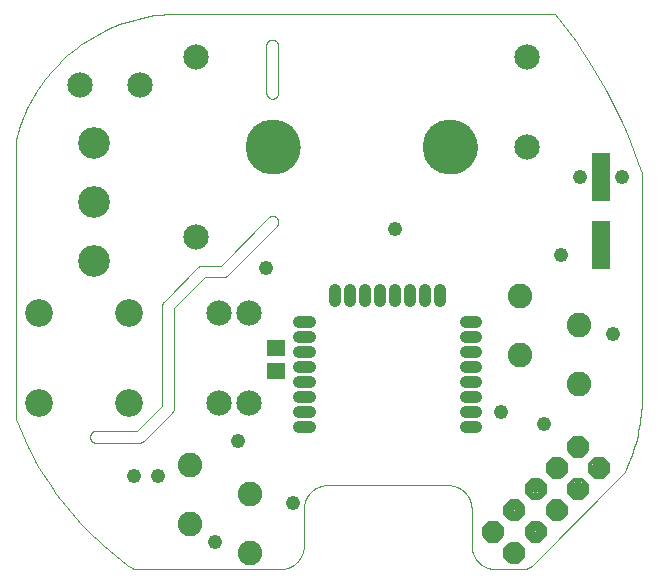
<source format=gts>
G75*
%MOIN*%
%OFA0B0*%
%FSLAX25Y25*%
%IPPOS*%
%LPD*%
%AMOC8*
5,1,8,0,0,1.08239X$1,22.5*
%
%ADD10C,0.00000*%
%ADD11C,0.04134*%
%ADD12C,0.09252*%
%ADD13C,0.08465*%
%ADD14C,0.10591*%
%ADD15C,0.08191*%
%ADD16R,0.06102X0.16339*%
%ADD17C,0.01496*%
%ADD18R,0.06496X0.05709*%
%ADD19C,0.18307*%
%ADD20C,0.04843*%
D10*
X0041537Y0003071D02*
X0090356Y0003071D01*
X0090546Y0003073D01*
X0090736Y0003080D01*
X0090926Y0003092D01*
X0091116Y0003108D01*
X0091305Y0003128D01*
X0091494Y0003154D01*
X0091682Y0003183D01*
X0091869Y0003218D01*
X0092055Y0003257D01*
X0092240Y0003300D01*
X0092425Y0003348D01*
X0092608Y0003400D01*
X0092789Y0003456D01*
X0092969Y0003517D01*
X0093148Y0003583D01*
X0093325Y0003652D01*
X0093501Y0003726D01*
X0093674Y0003804D01*
X0093846Y0003887D01*
X0094015Y0003973D01*
X0094183Y0004063D01*
X0094348Y0004158D01*
X0094511Y0004256D01*
X0094671Y0004359D01*
X0094829Y0004465D01*
X0094984Y0004575D01*
X0095137Y0004688D01*
X0095287Y0004806D01*
X0095433Y0004927D01*
X0095577Y0005051D01*
X0095718Y0005179D01*
X0095856Y0005310D01*
X0095991Y0005445D01*
X0096122Y0005583D01*
X0096250Y0005724D01*
X0096374Y0005868D01*
X0096495Y0006014D01*
X0096613Y0006164D01*
X0096726Y0006317D01*
X0096836Y0006472D01*
X0096942Y0006630D01*
X0097045Y0006790D01*
X0097143Y0006953D01*
X0097238Y0007118D01*
X0097328Y0007286D01*
X0097414Y0007455D01*
X0097497Y0007627D01*
X0097575Y0007800D01*
X0097649Y0007976D01*
X0097718Y0008153D01*
X0097784Y0008332D01*
X0097845Y0008512D01*
X0097901Y0008693D01*
X0097953Y0008876D01*
X0098001Y0009061D01*
X0098044Y0009246D01*
X0098083Y0009432D01*
X0098118Y0009619D01*
X0098147Y0009807D01*
X0098173Y0009996D01*
X0098193Y0010185D01*
X0098209Y0010375D01*
X0098221Y0010565D01*
X0098228Y0010755D01*
X0098230Y0010945D01*
X0098230Y0023161D01*
X0098232Y0023351D01*
X0098239Y0023541D01*
X0098251Y0023731D01*
X0098267Y0023921D01*
X0098287Y0024110D01*
X0098313Y0024299D01*
X0098342Y0024487D01*
X0098377Y0024674D01*
X0098416Y0024860D01*
X0098459Y0025045D01*
X0098507Y0025230D01*
X0098559Y0025413D01*
X0098615Y0025594D01*
X0098676Y0025774D01*
X0098742Y0025953D01*
X0098811Y0026130D01*
X0098885Y0026306D01*
X0098963Y0026479D01*
X0099046Y0026651D01*
X0099132Y0026820D01*
X0099222Y0026988D01*
X0099317Y0027153D01*
X0099415Y0027316D01*
X0099518Y0027476D01*
X0099624Y0027634D01*
X0099734Y0027789D01*
X0099847Y0027942D01*
X0099965Y0028092D01*
X0100086Y0028238D01*
X0100210Y0028382D01*
X0100338Y0028523D01*
X0100469Y0028661D01*
X0100604Y0028796D01*
X0100742Y0028927D01*
X0100883Y0029055D01*
X0101027Y0029179D01*
X0101173Y0029300D01*
X0101323Y0029418D01*
X0101476Y0029531D01*
X0101631Y0029641D01*
X0101789Y0029747D01*
X0101949Y0029850D01*
X0102112Y0029948D01*
X0102277Y0030043D01*
X0102445Y0030133D01*
X0102614Y0030219D01*
X0102786Y0030302D01*
X0102959Y0030380D01*
X0103135Y0030454D01*
X0103312Y0030523D01*
X0103491Y0030589D01*
X0103671Y0030650D01*
X0103852Y0030706D01*
X0104035Y0030758D01*
X0104220Y0030806D01*
X0104405Y0030849D01*
X0104591Y0030888D01*
X0104778Y0030923D01*
X0104966Y0030952D01*
X0105155Y0030978D01*
X0105344Y0030998D01*
X0105534Y0031014D01*
X0105724Y0031026D01*
X0105914Y0031033D01*
X0106104Y0031035D01*
X0146261Y0031035D01*
X0146451Y0031033D01*
X0146641Y0031026D01*
X0146831Y0031014D01*
X0147021Y0030998D01*
X0147210Y0030978D01*
X0147399Y0030952D01*
X0147587Y0030923D01*
X0147774Y0030888D01*
X0147960Y0030849D01*
X0148145Y0030806D01*
X0148330Y0030758D01*
X0148513Y0030706D01*
X0148694Y0030650D01*
X0148874Y0030589D01*
X0149053Y0030523D01*
X0149230Y0030454D01*
X0149406Y0030380D01*
X0149579Y0030302D01*
X0149751Y0030219D01*
X0149920Y0030133D01*
X0150088Y0030043D01*
X0150253Y0029948D01*
X0150416Y0029850D01*
X0150576Y0029747D01*
X0150734Y0029641D01*
X0150889Y0029531D01*
X0151042Y0029418D01*
X0151192Y0029300D01*
X0151338Y0029179D01*
X0151482Y0029055D01*
X0151623Y0028927D01*
X0151761Y0028796D01*
X0151896Y0028661D01*
X0152027Y0028523D01*
X0152155Y0028382D01*
X0152279Y0028238D01*
X0152400Y0028092D01*
X0152518Y0027942D01*
X0152631Y0027789D01*
X0152741Y0027634D01*
X0152847Y0027476D01*
X0152950Y0027316D01*
X0153048Y0027153D01*
X0153143Y0026988D01*
X0153233Y0026820D01*
X0153319Y0026651D01*
X0153402Y0026479D01*
X0153480Y0026306D01*
X0153554Y0026130D01*
X0153623Y0025953D01*
X0153689Y0025774D01*
X0153750Y0025594D01*
X0153806Y0025413D01*
X0153858Y0025230D01*
X0153906Y0025045D01*
X0153949Y0024860D01*
X0153988Y0024674D01*
X0154023Y0024487D01*
X0154052Y0024299D01*
X0154078Y0024110D01*
X0154098Y0023921D01*
X0154114Y0023731D01*
X0154126Y0023541D01*
X0154133Y0023351D01*
X0154135Y0023161D01*
X0154135Y0010945D01*
X0154137Y0010755D01*
X0154144Y0010565D01*
X0154156Y0010375D01*
X0154172Y0010185D01*
X0154192Y0009996D01*
X0154218Y0009807D01*
X0154247Y0009619D01*
X0154282Y0009432D01*
X0154321Y0009246D01*
X0154364Y0009061D01*
X0154412Y0008876D01*
X0154464Y0008693D01*
X0154520Y0008512D01*
X0154581Y0008332D01*
X0154647Y0008153D01*
X0154716Y0007976D01*
X0154790Y0007800D01*
X0154868Y0007627D01*
X0154951Y0007455D01*
X0155037Y0007286D01*
X0155127Y0007118D01*
X0155222Y0006953D01*
X0155320Y0006790D01*
X0155423Y0006630D01*
X0155529Y0006472D01*
X0155639Y0006317D01*
X0155752Y0006164D01*
X0155870Y0006014D01*
X0155991Y0005868D01*
X0156115Y0005724D01*
X0156243Y0005583D01*
X0156374Y0005445D01*
X0156509Y0005310D01*
X0156647Y0005179D01*
X0156788Y0005051D01*
X0156932Y0004927D01*
X0157078Y0004806D01*
X0157228Y0004688D01*
X0157381Y0004575D01*
X0157536Y0004465D01*
X0157694Y0004359D01*
X0157854Y0004256D01*
X0158017Y0004158D01*
X0158182Y0004063D01*
X0158350Y0003973D01*
X0158519Y0003887D01*
X0158691Y0003804D01*
X0158864Y0003726D01*
X0159040Y0003652D01*
X0159217Y0003583D01*
X0159396Y0003517D01*
X0159576Y0003456D01*
X0159757Y0003400D01*
X0159940Y0003348D01*
X0160125Y0003300D01*
X0160310Y0003257D01*
X0160496Y0003218D01*
X0160683Y0003183D01*
X0160871Y0003154D01*
X0161060Y0003128D01*
X0161249Y0003108D01*
X0161439Y0003092D01*
X0161629Y0003080D01*
X0161819Y0003073D01*
X0162009Y0003071D01*
X0171402Y0003071D01*
X0174186Y0004224D02*
X0204923Y0034961D01*
X0210828Y0057008D02*
X0210828Y0134961D01*
X0181891Y0188110D02*
X0053741Y0188110D01*
X0085726Y0177587D02*
X0085726Y0161839D01*
X0085725Y0161839D02*
X0085727Y0161753D01*
X0085732Y0161667D01*
X0085742Y0161582D01*
X0085755Y0161497D01*
X0085772Y0161413D01*
X0085792Y0161329D01*
X0085816Y0161247D01*
X0085844Y0161166D01*
X0085875Y0161085D01*
X0085909Y0161007D01*
X0085947Y0160930D01*
X0085989Y0160854D01*
X0086033Y0160781D01*
X0086081Y0160710D01*
X0086132Y0160640D01*
X0086186Y0160573D01*
X0086242Y0160509D01*
X0086302Y0160447D01*
X0086364Y0160387D01*
X0086428Y0160331D01*
X0086495Y0160277D01*
X0086565Y0160226D01*
X0086636Y0160178D01*
X0086710Y0160134D01*
X0086785Y0160092D01*
X0086862Y0160054D01*
X0086941Y0160020D01*
X0087021Y0159989D01*
X0087102Y0159961D01*
X0087184Y0159937D01*
X0087268Y0159917D01*
X0087352Y0159900D01*
X0087437Y0159887D01*
X0087522Y0159877D01*
X0087608Y0159872D01*
X0087694Y0159870D01*
X0087694Y0159871D02*
X0087780Y0159873D01*
X0087866Y0159878D01*
X0087951Y0159888D01*
X0088036Y0159901D01*
X0088120Y0159918D01*
X0088203Y0159938D01*
X0088286Y0159962D01*
X0088367Y0159990D01*
X0088447Y0160021D01*
X0088526Y0160055D01*
X0088603Y0160093D01*
X0088678Y0160135D01*
X0088751Y0160179D01*
X0088823Y0160227D01*
X0088892Y0160278D01*
X0088959Y0160331D01*
X0089024Y0160388D01*
X0089086Y0160447D01*
X0089145Y0160509D01*
X0089202Y0160574D01*
X0089255Y0160641D01*
X0089306Y0160710D01*
X0089354Y0160782D01*
X0089398Y0160855D01*
X0089440Y0160930D01*
X0089478Y0161007D01*
X0089512Y0161086D01*
X0089543Y0161166D01*
X0089571Y0161247D01*
X0089595Y0161330D01*
X0089615Y0161413D01*
X0089632Y0161497D01*
X0089645Y0161582D01*
X0089655Y0161667D01*
X0089660Y0161753D01*
X0089662Y0161839D01*
X0089663Y0161839D02*
X0089663Y0177587D01*
X0087694Y0179556D02*
X0087608Y0179554D01*
X0087522Y0179549D01*
X0087437Y0179539D01*
X0087352Y0179526D01*
X0087268Y0179509D01*
X0087184Y0179489D01*
X0087102Y0179465D01*
X0087021Y0179437D01*
X0086940Y0179406D01*
X0086862Y0179372D01*
X0086785Y0179334D01*
X0086710Y0179292D01*
X0086636Y0179248D01*
X0086565Y0179200D01*
X0086495Y0179149D01*
X0086428Y0179095D01*
X0086364Y0179039D01*
X0086302Y0178979D01*
X0086242Y0178917D01*
X0086186Y0178853D01*
X0086132Y0178786D01*
X0086081Y0178716D01*
X0086033Y0178645D01*
X0085989Y0178572D01*
X0085947Y0178496D01*
X0085909Y0178419D01*
X0085875Y0178341D01*
X0085844Y0178260D01*
X0085816Y0178179D01*
X0085792Y0178097D01*
X0085772Y0178013D01*
X0085755Y0177929D01*
X0085742Y0177844D01*
X0085732Y0177759D01*
X0085727Y0177673D01*
X0085725Y0177587D01*
X0087694Y0179556D02*
X0087780Y0179554D01*
X0087866Y0179549D01*
X0087951Y0179539D01*
X0088036Y0179526D01*
X0088120Y0179509D01*
X0088204Y0179489D01*
X0088286Y0179465D01*
X0088367Y0179437D01*
X0088448Y0179406D01*
X0088526Y0179372D01*
X0088603Y0179334D01*
X0088679Y0179292D01*
X0088752Y0179248D01*
X0088823Y0179200D01*
X0088893Y0179149D01*
X0088960Y0179095D01*
X0089024Y0179039D01*
X0089086Y0178979D01*
X0089146Y0178917D01*
X0089202Y0178853D01*
X0089256Y0178786D01*
X0089307Y0178716D01*
X0089355Y0178645D01*
X0089399Y0178571D01*
X0089441Y0178496D01*
X0089479Y0178419D01*
X0089513Y0178340D01*
X0089544Y0178260D01*
X0089572Y0178179D01*
X0089596Y0178097D01*
X0089616Y0178013D01*
X0089633Y0177929D01*
X0089646Y0177844D01*
X0089656Y0177759D01*
X0089661Y0177673D01*
X0089663Y0177587D01*
X0079080Y0143819D02*
X0079083Y0144036D01*
X0079091Y0144254D01*
X0079104Y0144471D01*
X0079123Y0144687D01*
X0079147Y0144903D01*
X0079176Y0145119D01*
X0079210Y0145333D01*
X0079250Y0145547D01*
X0079295Y0145760D01*
X0079345Y0145971D01*
X0079401Y0146182D01*
X0079461Y0146390D01*
X0079527Y0146598D01*
X0079598Y0146803D01*
X0079674Y0147007D01*
X0079754Y0147209D01*
X0079840Y0147409D01*
X0079930Y0147606D01*
X0080026Y0147802D01*
X0080126Y0147995D01*
X0080231Y0148185D01*
X0080340Y0148373D01*
X0080454Y0148558D01*
X0080573Y0148740D01*
X0080696Y0148920D01*
X0080823Y0149096D01*
X0080955Y0149269D01*
X0081091Y0149438D01*
X0081231Y0149605D01*
X0081375Y0149768D01*
X0081523Y0149927D01*
X0081674Y0150083D01*
X0081830Y0150234D01*
X0081989Y0150382D01*
X0082152Y0150526D01*
X0082319Y0150666D01*
X0082488Y0150802D01*
X0082661Y0150934D01*
X0082837Y0151061D01*
X0083017Y0151184D01*
X0083199Y0151303D01*
X0083384Y0151417D01*
X0083572Y0151526D01*
X0083762Y0151631D01*
X0083955Y0151731D01*
X0084151Y0151827D01*
X0084348Y0151917D01*
X0084548Y0152003D01*
X0084750Y0152083D01*
X0084954Y0152159D01*
X0085159Y0152230D01*
X0085367Y0152296D01*
X0085575Y0152356D01*
X0085786Y0152412D01*
X0085997Y0152462D01*
X0086210Y0152507D01*
X0086424Y0152547D01*
X0086638Y0152581D01*
X0086854Y0152610D01*
X0087070Y0152634D01*
X0087286Y0152653D01*
X0087503Y0152666D01*
X0087721Y0152674D01*
X0087938Y0152677D01*
X0088155Y0152674D01*
X0088373Y0152666D01*
X0088590Y0152653D01*
X0088806Y0152634D01*
X0089022Y0152610D01*
X0089238Y0152581D01*
X0089452Y0152547D01*
X0089666Y0152507D01*
X0089879Y0152462D01*
X0090090Y0152412D01*
X0090301Y0152356D01*
X0090509Y0152296D01*
X0090717Y0152230D01*
X0090922Y0152159D01*
X0091126Y0152083D01*
X0091328Y0152003D01*
X0091528Y0151917D01*
X0091725Y0151827D01*
X0091921Y0151731D01*
X0092114Y0151631D01*
X0092304Y0151526D01*
X0092492Y0151417D01*
X0092677Y0151303D01*
X0092859Y0151184D01*
X0093039Y0151061D01*
X0093215Y0150934D01*
X0093388Y0150802D01*
X0093557Y0150666D01*
X0093724Y0150526D01*
X0093887Y0150382D01*
X0094046Y0150234D01*
X0094202Y0150083D01*
X0094353Y0149927D01*
X0094501Y0149768D01*
X0094645Y0149605D01*
X0094785Y0149438D01*
X0094921Y0149269D01*
X0095053Y0149096D01*
X0095180Y0148920D01*
X0095303Y0148740D01*
X0095422Y0148558D01*
X0095536Y0148373D01*
X0095645Y0148185D01*
X0095750Y0147995D01*
X0095850Y0147802D01*
X0095946Y0147606D01*
X0096036Y0147409D01*
X0096122Y0147209D01*
X0096202Y0147007D01*
X0096278Y0146803D01*
X0096349Y0146598D01*
X0096415Y0146390D01*
X0096475Y0146182D01*
X0096531Y0145971D01*
X0096581Y0145760D01*
X0096626Y0145547D01*
X0096666Y0145333D01*
X0096700Y0145119D01*
X0096729Y0144903D01*
X0096753Y0144687D01*
X0096772Y0144471D01*
X0096785Y0144254D01*
X0096793Y0144036D01*
X0096796Y0143819D01*
X0096793Y0143602D01*
X0096785Y0143384D01*
X0096772Y0143167D01*
X0096753Y0142951D01*
X0096729Y0142735D01*
X0096700Y0142519D01*
X0096666Y0142305D01*
X0096626Y0142091D01*
X0096581Y0141878D01*
X0096531Y0141667D01*
X0096475Y0141456D01*
X0096415Y0141248D01*
X0096349Y0141040D01*
X0096278Y0140835D01*
X0096202Y0140631D01*
X0096122Y0140429D01*
X0096036Y0140229D01*
X0095946Y0140032D01*
X0095850Y0139836D01*
X0095750Y0139643D01*
X0095645Y0139453D01*
X0095536Y0139265D01*
X0095422Y0139080D01*
X0095303Y0138898D01*
X0095180Y0138718D01*
X0095053Y0138542D01*
X0094921Y0138369D01*
X0094785Y0138200D01*
X0094645Y0138033D01*
X0094501Y0137870D01*
X0094353Y0137711D01*
X0094202Y0137555D01*
X0094046Y0137404D01*
X0093887Y0137256D01*
X0093724Y0137112D01*
X0093557Y0136972D01*
X0093388Y0136836D01*
X0093215Y0136704D01*
X0093039Y0136577D01*
X0092859Y0136454D01*
X0092677Y0136335D01*
X0092492Y0136221D01*
X0092304Y0136112D01*
X0092114Y0136007D01*
X0091921Y0135907D01*
X0091725Y0135811D01*
X0091528Y0135721D01*
X0091328Y0135635D01*
X0091126Y0135555D01*
X0090922Y0135479D01*
X0090717Y0135408D01*
X0090509Y0135342D01*
X0090301Y0135282D01*
X0090090Y0135226D01*
X0089879Y0135176D01*
X0089666Y0135131D01*
X0089452Y0135091D01*
X0089238Y0135057D01*
X0089022Y0135028D01*
X0088806Y0135004D01*
X0088590Y0134985D01*
X0088373Y0134972D01*
X0088155Y0134964D01*
X0087938Y0134961D01*
X0087721Y0134964D01*
X0087503Y0134972D01*
X0087286Y0134985D01*
X0087070Y0135004D01*
X0086854Y0135028D01*
X0086638Y0135057D01*
X0086424Y0135091D01*
X0086210Y0135131D01*
X0085997Y0135176D01*
X0085786Y0135226D01*
X0085575Y0135282D01*
X0085367Y0135342D01*
X0085159Y0135408D01*
X0084954Y0135479D01*
X0084750Y0135555D01*
X0084548Y0135635D01*
X0084348Y0135721D01*
X0084151Y0135811D01*
X0083955Y0135907D01*
X0083762Y0136007D01*
X0083572Y0136112D01*
X0083384Y0136221D01*
X0083199Y0136335D01*
X0083017Y0136454D01*
X0082837Y0136577D01*
X0082661Y0136704D01*
X0082488Y0136836D01*
X0082319Y0136972D01*
X0082152Y0137112D01*
X0081989Y0137256D01*
X0081830Y0137404D01*
X0081674Y0137555D01*
X0081523Y0137711D01*
X0081375Y0137870D01*
X0081231Y0138033D01*
X0081091Y0138200D01*
X0080955Y0138369D01*
X0080823Y0138542D01*
X0080696Y0138718D01*
X0080573Y0138898D01*
X0080454Y0139080D01*
X0080340Y0139265D01*
X0080231Y0139453D01*
X0080126Y0139643D01*
X0080026Y0139836D01*
X0079930Y0140032D01*
X0079840Y0140229D01*
X0079754Y0140429D01*
X0079674Y0140631D01*
X0079598Y0140835D01*
X0079527Y0141040D01*
X0079461Y0141248D01*
X0079401Y0141456D01*
X0079345Y0141667D01*
X0079295Y0141878D01*
X0079250Y0142091D01*
X0079210Y0142305D01*
X0079176Y0142519D01*
X0079147Y0142735D01*
X0079123Y0142951D01*
X0079104Y0143167D01*
X0079091Y0143384D01*
X0079083Y0143602D01*
X0079080Y0143819D01*
X0053741Y0188111D02*
X0052396Y0188036D01*
X0051054Y0187928D01*
X0049714Y0187788D01*
X0048378Y0187615D01*
X0047047Y0187411D01*
X0045721Y0187174D01*
X0044402Y0186905D01*
X0043089Y0186604D01*
X0041784Y0186272D01*
X0040487Y0185908D01*
X0039199Y0185513D01*
X0037922Y0185086D01*
X0036655Y0184629D01*
X0035399Y0184142D01*
X0034156Y0183624D01*
X0032925Y0183076D01*
X0031709Y0182499D01*
X0030506Y0181893D01*
X0029319Y0181257D01*
X0028147Y0180593D01*
X0026991Y0179901D01*
X0025853Y0179181D01*
X0024733Y0178434D01*
X0023630Y0177660D01*
X0022547Y0176859D01*
X0021484Y0176033D01*
X0020441Y0175181D01*
X0019419Y0174304D01*
X0018418Y0173402D01*
X0017439Y0172477D01*
X0016483Y0171528D01*
X0015551Y0170556D01*
X0014642Y0169563D01*
X0013757Y0168547D01*
X0012898Y0167510D01*
X0012063Y0166453D01*
X0011255Y0165376D01*
X0010472Y0164280D01*
X0009717Y0163165D01*
X0008988Y0162032D01*
X0008288Y0160881D01*
X0007615Y0159715D01*
X0006971Y0158532D01*
X0006355Y0157334D01*
X0005769Y0156121D01*
X0005212Y0154895D01*
X0004685Y0153656D01*
X0004188Y0152404D01*
X0003722Y0151140D01*
X0003286Y0149866D01*
X0002882Y0148581D01*
X0002508Y0147287D01*
X0002166Y0145985D01*
X0002167Y0145984D02*
X0002167Y0053071D01*
X0028938Y0049134D02*
X0042718Y0049134D01*
X0050986Y0057401D01*
X0050986Y0090838D01*
X0051562Y0092230D02*
X0063007Y0103675D01*
X0064399Y0104252D02*
X0070458Y0104252D01*
X0086437Y0120230D01*
X0087781Y0120787D02*
X0087864Y0120785D01*
X0087947Y0120780D01*
X0088029Y0120771D01*
X0088111Y0120758D01*
X0088192Y0120742D01*
X0088273Y0120722D01*
X0088353Y0120699D01*
X0088431Y0120672D01*
X0088508Y0120642D01*
X0088584Y0120609D01*
X0088659Y0120572D01*
X0088732Y0120532D01*
X0088802Y0120489D01*
X0088871Y0120443D01*
X0088938Y0120394D01*
X0089003Y0120342D01*
X0089065Y0120288D01*
X0089125Y0120230D01*
X0089193Y0120163D01*
X0089192Y0120163D02*
X0089250Y0120103D01*
X0089304Y0120041D01*
X0089356Y0119976D01*
X0089405Y0119909D01*
X0089451Y0119840D01*
X0089494Y0119770D01*
X0089534Y0119697D01*
X0089571Y0119622D01*
X0089604Y0119546D01*
X0089634Y0119469D01*
X0089661Y0119391D01*
X0089684Y0119311D01*
X0089704Y0119230D01*
X0089720Y0119149D01*
X0089733Y0119067D01*
X0089742Y0118985D01*
X0089747Y0118902D01*
X0089749Y0118819D01*
X0089193Y0117475D02*
X0072609Y0100891D01*
X0071217Y0100315D02*
X0065159Y0100315D01*
X0054923Y0090079D01*
X0054923Y0056642D01*
X0054346Y0055250D02*
X0044869Y0045773D01*
X0043477Y0045197D02*
X0028938Y0045197D01*
X0028938Y0045196D02*
X0028852Y0045198D01*
X0028766Y0045203D01*
X0028681Y0045213D01*
X0028596Y0045226D01*
X0028512Y0045243D01*
X0028428Y0045263D01*
X0028346Y0045287D01*
X0028265Y0045315D01*
X0028184Y0045346D01*
X0028106Y0045380D01*
X0028029Y0045418D01*
X0027953Y0045460D01*
X0027880Y0045504D01*
X0027809Y0045552D01*
X0027739Y0045603D01*
X0027672Y0045657D01*
X0027608Y0045713D01*
X0027546Y0045773D01*
X0027486Y0045835D01*
X0027430Y0045899D01*
X0027376Y0045966D01*
X0027325Y0046036D01*
X0027277Y0046107D01*
X0027233Y0046181D01*
X0027191Y0046256D01*
X0027153Y0046333D01*
X0027119Y0046411D01*
X0027088Y0046492D01*
X0027060Y0046573D01*
X0027036Y0046655D01*
X0027016Y0046739D01*
X0026999Y0046823D01*
X0026986Y0046908D01*
X0026976Y0046993D01*
X0026971Y0047079D01*
X0026969Y0047165D01*
X0026971Y0047251D01*
X0026976Y0047337D01*
X0026986Y0047422D01*
X0026999Y0047507D01*
X0027016Y0047591D01*
X0027036Y0047675D01*
X0027060Y0047757D01*
X0027088Y0047838D01*
X0027119Y0047919D01*
X0027153Y0047997D01*
X0027191Y0048074D01*
X0027233Y0048150D01*
X0027277Y0048223D01*
X0027325Y0048294D01*
X0027376Y0048364D01*
X0027430Y0048431D01*
X0027486Y0048495D01*
X0027546Y0048557D01*
X0027608Y0048617D01*
X0027672Y0048673D01*
X0027739Y0048727D01*
X0027809Y0048778D01*
X0027880Y0048826D01*
X0027954Y0048870D01*
X0028029Y0048912D01*
X0028106Y0048950D01*
X0028184Y0048984D01*
X0028265Y0049015D01*
X0028346Y0049043D01*
X0028428Y0049067D01*
X0028512Y0049087D01*
X0028596Y0049104D01*
X0028681Y0049117D01*
X0028766Y0049127D01*
X0028852Y0049132D01*
X0028938Y0049134D01*
X0043477Y0045196D02*
X0043563Y0045198D01*
X0043649Y0045203D01*
X0043734Y0045213D01*
X0043819Y0045226D01*
X0043903Y0045243D01*
X0043987Y0045263D01*
X0044069Y0045287D01*
X0044150Y0045315D01*
X0044231Y0045346D01*
X0044309Y0045380D01*
X0044386Y0045418D01*
X0044462Y0045460D01*
X0044535Y0045504D01*
X0044606Y0045552D01*
X0044676Y0045603D01*
X0044743Y0045657D01*
X0044807Y0045713D01*
X0044869Y0045773D01*
X0054346Y0055250D02*
X0054406Y0055312D01*
X0054462Y0055376D01*
X0054516Y0055443D01*
X0054567Y0055513D01*
X0054615Y0055584D01*
X0054659Y0055657D01*
X0054701Y0055733D01*
X0054739Y0055810D01*
X0054773Y0055888D01*
X0054804Y0055969D01*
X0054832Y0056050D01*
X0054856Y0056132D01*
X0054876Y0056216D01*
X0054893Y0056300D01*
X0054906Y0056385D01*
X0054916Y0056470D01*
X0054921Y0056556D01*
X0054923Y0056642D01*
X0210827Y0134961D02*
X0209626Y0138571D01*
X0208339Y0142151D01*
X0206969Y0145701D01*
X0205514Y0149217D01*
X0203977Y0152697D01*
X0202358Y0156140D01*
X0200659Y0159544D01*
X0198879Y0162907D01*
X0197020Y0166227D01*
X0195084Y0169502D01*
X0193070Y0172731D01*
X0190981Y0175911D01*
X0188817Y0179040D01*
X0186580Y0182118D01*
X0184271Y0185142D01*
X0181891Y0188110D01*
X0138135Y0143819D02*
X0138138Y0144036D01*
X0138146Y0144254D01*
X0138159Y0144471D01*
X0138178Y0144687D01*
X0138202Y0144903D01*
X0138231Y0145119D01*
X0138265Y0145333D01*
X0138305Y0145547D01*
X0138350Y0145760D01*
X0138400Y0145971D01*
X0138456Y0146182D01*
X0138516Y0146390D01*
X0138582Y0146598D01*
X0138653Y0146803D01*
X0138729Y0147007D01*
X0138809Y0147209D01*
X0138895Y0147409D01*
X0138985Y0147606D01*
X0139081Y0147802D01*
X0139181Y0147995D01*
X0139286Y0148185D01*
X0139395Y0148373D01*
X0139509Y0148558D01*
X0139628Y0148740D01*
X0139751Y0148920D01*
X0139878Y0149096D01*
X0140010Y0149269D01*
X0140146Y0149438D01*
X0140286Y0149605D01*
X0140430Y0149768D01*
X0140578Y0149927D01*
X0140729Y0150083D01*
X0140885Y0150234D01*
X0141044Y0150382D01*
X0141207Y0150526D01*
X0141374Y0150666D01*
X0141543Y0150802D01*
X0141716Y0150934D01*
X0141892Y0151061D01*
X0142072Y0151184D01*
X0142254Y0151303D01*
X0142439Y0151417D01*
X0142627Y0151526D01*
X0142817Y0151631D01*
X0143010Y0151731D01*
X0143206Y0151827D01*
X0143403Y0151917D01*
X0143603Y0152003D01*
X0143805Y0152083D01*
X0144009Y0152159D01*
X0144214Y0152230D01*
X0144422Y0152296D01*
X0144630Y0152356D01*
X0144841Y0152412D01*
X0145052Y0152462D01*
X0145265Y0152507D01*
X0145479Y0152547D01*
X0145693Y0152581D01*
X0145909Y0152610D01*
X0146125Y0152634D01*
X0146341Y0152653D01*
X0146558Y0152666D01*
X0146776Y0152674D01*
X0146993Y0152677D01*
X0147210Y0152674D01*
X0147428Y0152666D01*
X0147645Y0152653D01*
X0147861Y0152634D01*
X0148077Y0152610D01*
X0148293Y0152581D01*
X0148507Y0152547D01*
X0148721Y0152507D01*
X0148934Y0152462D01*
X0149145Y0152412D01*
X0149356Y0152356D01*
X0149564Y0152296D01*
X0149772Y0152230D01*
X0149977Y0152159D01*
X0150181Y0152083D01*
X0150383Y0152003D01*
X0150583Y0151917D01*
X0150780Y0151827D01*
X0150976Y0151731D01*
X0151169Y0151631D01*
X0151359Y0151526D01*
X0151547Y0151417D01*
X0151732Y0151303D01*
X0151914Y0151184D01*
X0152094Y0151061D01*
X0152270Y0150934D01*
X0152443Y0150802D01*
X0152612Y0150666D01*
X0152779Y0150526D01*
X0152942Y0150382D01*
X0153101Y0150234D01*
X0153257Y0150083D01*
X0153408Y0149927D01*
X0153556Y0149768D01*
X0153700Y0149605D01*
X0153840Y0149438D01*
X0153976Y0149269D01*
X0154108Y0149096D01*
X0154235Y0148920D01*
X0154358Y0148740D01*
X0154477Y0148558D01*
X0154591Y0148373D01*
X0154700Y0148185D01*
X0154805Y0147995D01*
X0154905Y0147802D01*
X0155001Y0147606D01*
X0155091Y0147409D01*
X0155177Y0147209D01*
X0155257Y0147007D01*
X0155333Y0146803D01*
X0155404Y0146598D01*
X0155470Y0146390D01*
X0155530Y0146182D01*
X0155586Y0145971D01*
X0155636Y0145760D01*
X0155681Y0145547D01*
X0155721Y0145333D01*
X0155755Y0145119D01*
X0155784Y0144903D01*
X0155808Y0144687D01*
X0155827Y0144471D01*
X0155840Y0144254D01*
X0155848Y0144036D01*
X0155851Y0143819D01*
X0155848Y0143602D01*
X0155840Y0143384D01*
X0155827Y0143167D01*
X0155808Y0142951D01*
X0155784Y0142735D01*
X0155755Y0142519D01*
X0155721Y0142305D01*
X0155681Y0142091D01*
X0155636Y0141878D01*
X0155586Y0141667D01*
X0155530Y0141456D01*
X0155470Y0141248D01*
X0155404Y0141040D01*
X0155333Y0140835D01*
X0155257Y0140631D01*
X0155177Y0140429D01*
X0155091Y0140229D01*
X0155001Y0140032D01*
X0154905Y0139836D01*
X0154805Y0139643D01*
X0154700Y0139453D01*
X0154591Y0139265D01*
X0154477Y0139080D01*
X0154358Y0138898D01*
X0154235Y0138718D01*
X0154108Y0138542D01*
X0153976Y0138369D01*
X0153840Y0138200D01*
X0153700Y0138033D01*
X0153556Y0137870D01*
X0153408Y0137711D01*
X0153257Y0137555D01*
X0153101Y0137404D01*
X0152942Y0137256D01*
X0152779Y0137112D01*
X0152612Y0136972D01*
X0152443Y0136836D01*
X0152270Y0136704D01*
X0152094Y0136577D01*
X0151914Y0136454D01*
X0151732Y0136335D01*
X0151547Y0136221D01*
X0151359Y0136112D01*
X0151169Y0136007D01*
X0150976Y0135907D01*
X0150780Y0135811D01*
X0150583Y0135721D01*
X0150383Y0135635D01*
X0150181Y0135555D01*
X0149977Y0135479D01*
X0149772Y0135408D01*
X0149564Y0135342D01*
X0149356Y0135282D01*
X0149145Y0135226D01*
X0148934Y0135176D01*
X0148721Y0135131D01*
X0148507Y0135091D01*
X0148293Y0135057D01*
X0148077Y0135028D01*
X0147861Y0135004D01*
X0147645Y0134985D01*
X0147428Y0134972D01*
X0147210Y0134964D01*
X0146993Y0134961D01*
X0146776Y0134964D01*
X0146558Y0134972D01*
X0146341Y0134985D01*
X0146125Y0135004D01*
X0145909Y0135028D01*
X0145693Y0135057D01*
X0145479Y0135091D01*
X0145265Y0135131D01*
X0145052Y0135176D01*
X0144841Y0135226D01*
X0144630Y0135282D01*
X0144422Y0135342D01*
X0144214Y0135408D01*
X0144009Y0135479D01*
X0143805Y0135555D01*
X0143603Y0135635D01*
X0143403Y0135721D01*
X0143206Y0135811D01*
X0143010Y0135907D01*
X0142817Y0136007D01*
X0142627Y0136112D01*
X0142439Y0136221D01*
X0142254Y0136335D01*
X0142072Y0136454D01*
X0141892Y0136577D01*
X0141716Y0136704D01*
X0141543Y0136836D01*
X0141374Y0136972D01*
X0141207Y0137112D01*
X0141044Y0137256D01*
X0140885Y0137404D01*
X0140729Y0137555D01*
X0140578Y0137711D01*
X0140430Y0137870D01*
X0140286Y0138033D01*
X0140146Y0138200D01*
X0140010Y0138369D01*
X0139878Y0138542D01*
X0139751Y0138718D01*
X0139628Y0138898D01*
X0139509Y0139080D01*
X0139395Y0139265D01*
X0139286Y0139453D01*
X0139181Y0139643D01*
X0139081Y0139836D01*
X0138985Y0140032D01*
X0138895Y0140229D01*
X0138809Y0140429D01*
X0138729Y0140631D01*
X0138653Y0140835D01*
X0138582Y0141040D01*
X0138516Y0141248D01*
X0138456Y0141456D01*
X0138400Y0141667D01*
X0138350Y0141878D01*
X0138305Y0142091D01*
X0138265Y0142305D01*
X0138231Y0142519D01*
X0138202Y0142735D01*
X0138178Y0142951D01*
X0138159Y0143167D01*
X0138146Y0143384D01*
X0138138Y0143602D01*
X0138135Y0143819D01*
X0089749Y0118819D02*
X0089747Y0118736D01*
X0089742Y0118653D01*
X0089733Y0118571D01*
X0089720Y0118489D01*
X0089704Y0118408D01*
X0089684Y0118327D01*
X0089661Y0118247D01*
X0089634Y0118169D01*
X0089604Y0118092D01*
X0089571Y0118016D01*
X0089534Y0117941D01*
X0089494Y0117868D01*
X0089451Y0117798D01*
X0089405Y0117729D01*
X0089356Y0117662D01*
X0089304Y0117597D01*
X0089250Y0117535D01*
X0089192Y0117475D01*
X0087781Y0120787D02*
X0087698Y0120785D01*
X0087615Y0120780D01*
X0087533Y0120771D01*
X0087451Y0120758D01*
X0087370Y0120742D01*
X0087289Y0120722D01*
X0087209Y0120699D01*
X0087131Y0120672D01*
X0087054Y0120642D01*
X0086978Y0120609D01*
X0086903Y0120572D01*
X0086830Y0120532D01*
X0086760Y0120489D01*
X0086691Y0120443D01*
X0086624Y0120394D01*
X0086559Y0120342D01*
X0086497Y0120288D01*
X0086437Y0120230D01*
X0072609Y0100891D02*
X0072547Y0100831D01*
X0072483Y0100775D01*
X0072416Y0100721D01*
X0072346Y0100670D01*
X0072275Y0100622D01*
X0072202Y0100578D01*
X0072126Y0100536D01*
X0072049Y0100498D01*
X0071971Y0100464D01*
X0071890Y0100433D01*
X0071809Y0100405D01*
X0071727Y0100381D01*
X0071643Y0100361D01*
X0071559Y0100344D01*
X0071474Y0100331D01*
X0071389Y0100321D01*
X0071303Y0100316D01*
X0071217Y0100314D01*
X0064399Y0104252D02*
X0064313Y0104250D01*
X0064227Y0104245D01*
X0064142Y0104235D01*
X0064057Y0104222D01*
X0063973Y0104205D01*
X0063889Y0104185D01*
X0063807Y0104161D01*
X0063726Y0104133D01*
X0063645Y0104102D01*
X0063567Y0104068D01*
X0063490Y0104030D01*
X0063414Y0103988D01*
X0063341Y0103944D01*
X0063270Y0103896D01*
X0063200Y0103845D01*
X0063133Y0103791D01*
X0063069Y0103735D01*
X0063007Y0103675D01*
X0051562Y0092230D02*
X0051502Y0092168D01*
X0051446Y0092104D01*
X0051392Y0092037D01*
X0051341Y0091967D01*
X0051293Y0091896D01*
X0051249Y0091823D01*
X0051207Y0091747D01*
X0051169Y0091670D01*
X0051135Y0091592D01*
X0051104Y0091511D01*
X0051076Y0091430D01*
X0051052Y0091348D01*
X0051032Y0091264D01*
X0051015Y0091180D01*
X0051002Y0091095D01*
X0050992Y0091010D01*
X0050987Y0090924D01*
X0050985Y0090838D01*
X0002167Y0053071D02*
X0003128Y0050673D01*
X0004146Y0048298D01*
X0005221Y0045949D01*
X0006351Y0043626D01*
X0007536Y0041330D01*
X0008775Y0039063D01*
X0010068Y0036826D01*
X0011414Y0034621D01*
X0012812Y0032449D01*
X0014261Y0030310D01*
X0015761Y0028206D01*
X0017310Y0026139D01*
X0018909Y0024109D01*
X0020555Y0022118D01*
X0022248Y0020167D01*
X0023987Y0018256D01*
X0025771Y0016388D01*
X0027599Y0014562D01*
X0029470Y0012781D01*
X0031383Y0011044D01*
X0033336Y0009354D01*
X0035330Y0007710D01*
X0037362Y0006115D01*
X0039431Y0004568D01*
X0041537Y0003071D01*
X0204923Y0034960D02*
X0205514Y0036176D01*
X0206077Y0037405D01*
X0206609Y0038648D01*
X0207112Y0039903D01*
X0207585Y0041169D01*
X0208027Y0042447D01*
X0208439Y0043734D01*
X0208820Y0045031D01*
X0209170Y0046337D01*
X0209488Y0047651D01*
X0209775Y0048972D01*
X0210031Y0050300D01*
X0210254Y0051633D01*
X0210446Y0052971D01*
X0210606Y0054313D01*
X0210733Y0055659D01*
X0210829Y0057008D01*
X0174186Y0004224D02*
X0174097Y0004138D01*
X0174006Y0004055D01*
X0173912Y0003974D01*
X0173815Y0003897D01*
X0173716Y0003823D01*
X0173615Y0003752D01*
X0173512Y0003684D01*
X0173406Y0003619D01*
X0173299Y0003558D01*
X0173189Y0003500D01*
X0173078Y0003446D01*
X0172966Y0003395D01*
X0172851Y0003347D01*
X0172736Y0003304D01*
X0172619Y0003264D01*
X0172500Y0003227D01*
X0172381Y0003195D01*
X0172261Y0003166D01*
X0172140Y0003141D01*
X0172018Y0003119D01*
X0171895Y0003102D01*
X0171773Y0003088D01*
X0171649Y0003079D01*
X0171526Y0003073D01*
X0171402Y0003071D01*
D11*
X0155769Y0050394D02*
X0152226Y0050394D01*
X0152226Y0055394D02*
X0155769Y0055394D01*
X0155769Y0060394D02*
X0152226Y0060394D01*
X0152226Y0065394D02*
X0155769Y0065394D01*
X0155769Y0070394D02*
X0152226Y0070394D01*
X0152226Y0075394D02*
X0155769Y0075394D01*
X0155769Y0080394D02*
X0152226Y0080394D01*
X0152226Y0085394D02*
X0155769Y0085394D01*
X0143682Y0092520D02*
X0143682Y0096063D01*
X0138682Y0096063D02*
X0138682Y0092520D01*
X0133682Y0092520D02*
X0133682Y0096063D01*
X0128682Y0096063D02*
X0128682Y0092520D01*
X0123682Y0092520D02*
X0123682Y0096063D01*
X0118682Y0096063D02*
X0118682Y0092520D01*
X0113682Y0092520D02*
X0113682Y0096063D01*
X0108682Y0096063D02*
X0108682Y0092520D01*
X0100139Y0085394D02*
X0096596Y0085394D01*
X0096596Y0080394D02*
X0100139Y0080394D01*
X0100139Y0075394D02*
X0096596Y0075394D01*
X0096596Y0070394D02*
X0100139Y0070394D01*
X0100139Y0065394D02*
X0096596Y0065394D01*
X0096596Y0060394D02*
X0100139Y0060394D01*
X0100139Y0055394D02*
X0096596Y0055394D01*
X0096596Y0050394D02*
X0100139Y0050394D01*
D12*
X0040080Y0058299D03*
X0010080Y0058299D03*
X0010080Y0088299D03*
X0040080Y0088299D03*
D13*
X0062348Y0113898D03*
X0070080Y0088299D03*
X0080080Y0088299D03*
X0080080Y0058299D03*
X0070080Y0058299D03*
X0172584Y0143819D03*
X0172584Y0173740D03*
X0062348Y0173740D03*
X0043664Y0164478D03*
X0023664Y0164478D03*
D14*
X0028151Y0145149D03*
X0028151Y0125464D03*
X0028151Y0105779D03*
D15*
X0060434Y0037913D03*
X0080119Y0028071D03*
X0060434Y0018228D03*
X0080119Y0008386D03*
X0170320Y0074527D03*
X0170320Y0094212D03*
X0190005Y0084370D03*
X0190005Y0064685D03*
D16*
X0197379Y0110945D03*
X0197379Y0133779D03*
D17*
X0187367Y0043360D02*
X0186619Y0042612D01*
X0186619Y0045090D01*
X0188371Y0046842D01*
X0190849Y0046842D01*
X0192601Y0045090D01*
X0192601Y0042612D01*
X0190849Y0040860D01*
X0188371Y0040860D01*
X0186619Y0042612D01*
X0187741Y0043077D01*
X0187741Y0044625D01*
X0188836Y0045720D01*
X0190384Y0045720D01*
X0191479Y0044625D01*
X0191479Y0043077D01*
X0190384Y0041982D01*
X0188836Y0041982D01*
X0187741Y0043077D01*
X0188863Y0043541D01*
X0188863Y0044161D01*
X0189300Y0044598D01*
X0189920Y0044598D01*
X0190357Y0044161D01*
X0190357Y0043541D01*
X0189920Y0043104D01*
X0189300Y0043104D01*
X0188863Y0043541D01*
X0180296Y0036289D02*
X0179548Y0035541D01*
X0179548Y0038019D01*
X0181300Y0039771D01*
X0183778Y0039771D01*
X0185530Y0038019D01*
X0185530Y0035541D01*
X0183778Y0033789D01*
X0181300Y0033789D01*
X0179548Y0035541D01*
X0180670Y0036006D01*
X0180670Y0037554D01*
X0181765Y0038649D01*
X0183313Y0038649D01*
X0184408Y0037554D01*
X0184408Y0036006D01*
X0183313Y0034911D01*
X0181765Y0034911D01*
X0180670Y0036006D01*
X0181792Y0036470D01*
X0181792Y0037090D01*
X0182229Y0037527D01*
X0182849Y0037527D01*
X0183286Y0037090D01*
X0183286Y0036470D01*
X0182849Y0036033D01*
X0182229Y0036033D01*
X0181792Y0036470D01*
X0173225Y0029218D02*
X0172477Y0028470D01*
X0172477Y0030948D01*
X0174229Y0032700D01*
X0176707Y0032700D01*
X0178459Y0030948D01*
X0178459Y0028470D01*
X0176707Y0026718D01*
X0174229Y0026718D01*
X0172477Y0028470D01*
X0173599Y0028935D01*
X0173599Y0030483D01*
X0174694Y0031578D01*
X0176242Y0031578D01*
X0177337Y0030483D01*
X0177337Y0028935D01*
X0176242Y0027840D01*
X0174694Y0027840D01*
X0173599Y0028935D01*
X0174721Y0029399D01*
X0174721Y0030019D01*
X0175158Y0030456D01*
X0175778Y0030456D01*
X0176215Y0030019D01*
X0176215Y0029399D01*
X0175778Y0028962D01*
X0175158Y0028962D01*
X0174721Y0029399D01*
X0166154Y0022146D02*
X0165406Y0021398D01*
X0165406Y0023876D01*
X0167158Y0025628D01*
X0169636Y0025628D01*
X0171388Y0023876D01*
X0171388Y0021398D01*
X0169636Y0019646D01*
X0167158Y0019646D01*
X0165406Y0021398D01*
X0166528Y0021863D01*
X0166528Y0023411D01*
X0167623Y0024506D01*
X0169171Y0024506D01*
X0170266Y0023411D01*
X0170266Y0021863D01*
X0169171Y0020768D01*
X0167623Y0020768D01*
X0166528Y0021863D01*
X0167650Y0022327D01*
X0167650Y0022947D01*
X0168087Y0023384D01*
X0168707Y0023384D01*
X0169144Y0022947D01*
X0169144Y0022327D01*
X0168707Y0021890D01*
X0168087Y0021890D01*
X0167650Y0022327D01*
X0159083Y0015075D02*
X0158335Y0014327D01*
X0158335Y0016805D01*
X0160087Y0018557D01*
X0162565Y0018557D01*
X0164317Y0016805D01*
X0164317Y0014327D01*
X0162565Y0012575D01*
X0160087Y0012575D01*
X0158335Y0014327D01*
X0159457Y0014792D01*
X0159457Y0016340D01*
X0160552Y0017435D01*
X0162100Y0017435D01*
X0163195Y0016340D01*
X0163195Y0014792D01*
X0162100Y0013697D01*
X0160552Y0013697D01*
X0159457Y0014792D01*
X0160579Y0015256D01*
X0160579Y0015876D01*
X0161016Y0016313D01*
X0161636Y0016313D01*
X0162073Y0015876D01*
X0162073Y0015256D01*
X0161636Y0014819D01*
X0161016Y0014819D01*
X0160579Y0015256D01*
X0166154Y0008004D02*
X0165406Y0007256D01*
X0165406Y0009734D01*
X0167158Y0011486D01*
X0169636Y0011486D01*
X0171388Y0009734D01*
X0171388Y0007256D01*
X0169636Y0005504D01*
X0167158Y0005504D01*
X0165406Y0007256D01*
X0166528Y0007721D01*
X0166528Y0009269D01*
X0167623Y0010364D01*
X0169171Y0010364D01*
X0170266Y0009269D01*
X0170266Y0007721D01*
X0169171Y0006626D01*
X0167623Y0006626D01*
X0166528Y0007721D01*
X0167650Y0008185D01*
X0167650Y0008805D01*
X0168087Y0009242D01*
X0168707Y0009242D01*
X0169144Y0008805D01*
X0169144Y0008185D01*
X0168707Y0007748D01*
X0168087Y0007748D01*
X0167650Y0008185D01*
X0173225Y0015075D02*
X0172477Y0014327D01*
X0172477Y0016805D01*
X0174229Y0018557D01*
X0176707Y0018557D01*
X0178459Y0016805D01*
X0178459Y0014327D01*
X0176707Y0012575D01*
X0174229Y0012575D01*
X0172477Y0014327D01*
X0173599Y0014792D01*
X0173599Y0016340D01*
X0174694Y0017435D01*
X0176242Y0017435D01*
X0177337Y0016340D01*
X0177337Y0014792D01*
X0176242Y0013697D01*
X0174694Y0013697D01*
X0173599Y0014792D01*
X0174721Y0015256D01*
X0174721Y0015876D01*
X0175158Y0016313D01*
X0175778Y0016313D01*
X0176215Y0015876D01*
X0176215Y0015256D01*
X0175778Y0014819D01*
X0175158Y0014819D01*
X0174721Y0015256D01*
X0180296Y0022146D02*
X0179548Y0021398D01*
X0179548Y0023876D01*
X0181300Y0025628D01*
X0183778Y0025628D01*
X0185530Y0023876D01*
X0185530Y0021398D01*
X0183778Y0019646D01*
X0181300Y0019646D01*
X0179548Y0021398D01*
X0180670Y0021863D01*
X0180670Y0023411D01*
X0181765Y0024506D01*
X0183313Y0024506D01*
X0184408Y0023411D01*
X0184408Y0021863D01*
X0183313Y0020768D01*
X0181765Y0020768D01*
X0180670Y0021863D01*
X0181792Y0022327D01*
X0181792Y0022947D01*
X0182229Y0023384D01*
X0182849Y0023384D01*
X0183286Y0022947D01*
X0183286Y0022327D01*
X0182849Y0021890D01*
X0182229Y0021890D01*
X0181792Y0022327D01*
X0187367Y0029218D02*
X0186619Y0028470D01*
X0186619Y0030948D01*
X0188371Y0032700D01*
X0190849Y0032700D01*
X0192601Y0030948D01*
X0192601Y0028470D01*
X0190849Y0026718D01*
X0188371Y0026718D01*
X0186619Y0028470D01*
X0187741Y0028935D01*
X0187741Y0030483D01*
X0188836Y0031578D01*
X0190384Y0031578D01*
X0191479Y0030483D01*
X0191479Y0028935D01*
X0190384Y0027840D01*
X0188836Y0027840D01*
X0187741Y0028935D01*
X0188863Y0029399D01*
X0188863Y0030019D01*
X0189300Y0030456D01*
X0189920Y0030456D01*
X0190357Y0030019D01*
X0190357Y0029399D01*
X0189920Y0028962D01*
X0189300Y0028962D01*
X0188863Y0029399D01*
X0194438Y0036289D02*
X0193690Y0035541D01*
X0193690Y0038019D01*
X0195442Y0039771D01*
X0197920Y0039771D01*
X0199672Y0038019D01*
X0199672Y0035541D01*
X0197920Y0033789D01*
X0195442Y0033789D01*
X0193690Y0035541D01*
X0194812Y0036006D01*
X0194812Y0037554D01*
X0195907Y0038649D01*
X0197455Y0038649D01*
X0198550Y0037554D01*
X0198550Y0036006D01*
X0197455Y0034911D01*
X0195907Y0034911D01*
X0194812Y0036006D01*
X0195934Y0036470D01*
X0195934Y0037090D01*
X0196371Y0037527D01*
X0196991Y0037527D01*
X0197428Y0037090D01*
X0197428Y0036470D01*
X0196991Y0036033D01*
X0196371Y0036033D01*
X0195934Y0036470D01*
D18*
X0088962Y0069240D03*
X0088962Y0076720D03*
D19*
X0087938Y0143819D03*
X0146993Y0143819D03*
D20*
X0128600Y0116413D03*
X0085667Y0103571D03*
X0076367Y0045871D03*
X0094497Y0025134D03*
X0068612Y0012134D03*
X0049623Y0034083D03*
X0041497Y0034134D03*
X0163997Y0055394D03*
X0178163Y0051457D03*
X0201241Y0081449D03*
X0183804Y0107933D03*
X0190159Y0133779D03*
X0204332Y0133779D03*
M02*

</source>
